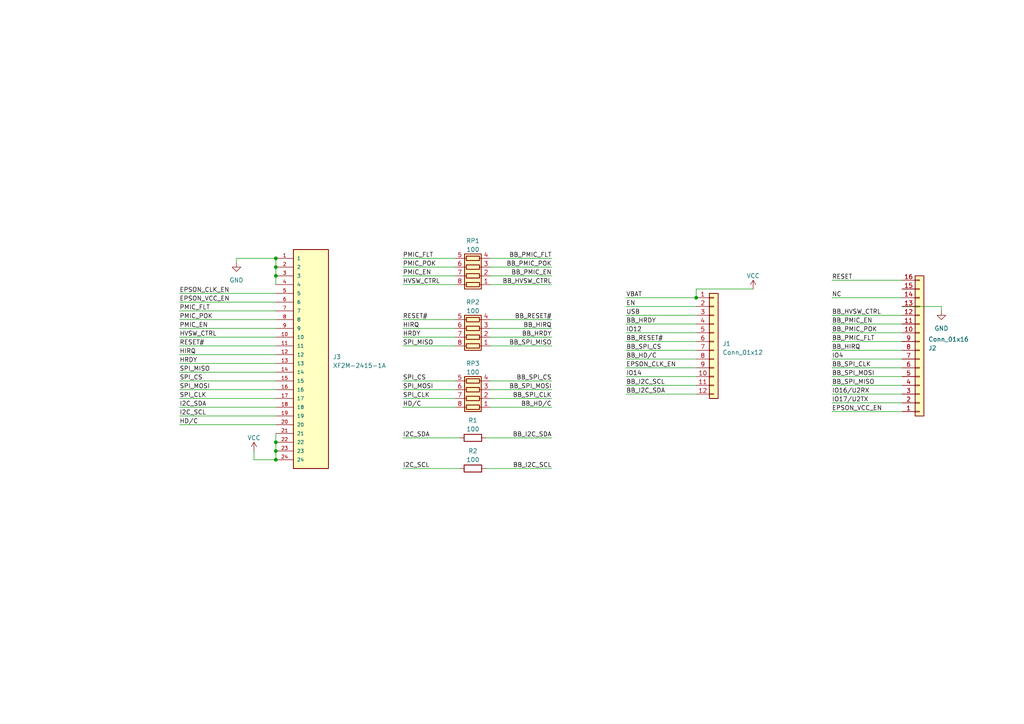
<source format=kicad_sch>
(kicad_sch (version 20230121) (generator eeschema)
  (paper "A4")
  (lib_symbols
    (symbol "Connector_Generic:Conn_01x12" (pin_names (offset 1.016) hide)
      (property "Reference" "J" (at 0 15.24 0))
      (property "Value" "Conn_01x12" (at 0 -17.78 0))
      (symbol "Conn_01x12_1_1"
        (rectangle (start -1.27 -15.113) (end 0 -15.367) (stroke (width 0.1524)))
        (rectangle (start -1.27 -12.573) (end 0 -12.827) (stroke (width 0.1524)))
        (rectangle (start -1.27 -10.033) (end 0 -10.287) (stroke (width 0.1524)))
        (rectangle (start -1.27 -7.493) (end 0 -7.747) (stroke (width 0.1524)))
        (rectangle (start -1.27 -4.953) (end 0 -5.207) (stroke (width 0.1524)))
        (rectangle (start -1.27 -2.413) (end 0 -2.667) (stroke (width 0.1524)))
        (rectangle (start -1.27 0.127) (end 0 -0.127) (stroke (width 0.1524)))
        (rectangle (start -1.27 2.667) (end 0 2.413) (stroke (width 0.1524)))
        (rectangle (start -1.27 5.207) (end 0 4.953) (stroke (width 0.1524)))
        (rectangle (start -1.27 7.747) (end 0 7.493) (stroke (width 0.1524)))
        (rectangle (start -1.27 10.287) (end 0 10.033) (stroke (width 0.1524)))
        (rectangle (start -1.27 12.827) (end 0 12.573) (stroke (width 0.1524)))
        (rectangle (start -1.27 13.97) (end 1.27 -16.51) (stroke (width 0.254)) (fill (type background)))
        (pin passive line (at -5.08 12.7 0) (length 3.81) (name "Pin_1") (number "1"))
        (pin passive line (at -5.08 -10.16 0) (length 3.81) (name "Pin_10") (number "10"))
        (pin passive line (at -5.08 -12.7 0) (length 3.81) (name "Pin_11") (number "11"))
        (pin passive line (at -5.08 -15.24 0) (length 3.81) (name "Pin_12") (number "12"))
        (pin passive line (at -5.08 10.16 0) (length 3.81) (name "Pin_2") (number "2"))
        (pin passive line (at -5.08 7.62 0) (length 3.81) (name "Pin_3") (number "3"))
        (pin passive line (at -5.08 5.08 0) (length 3.81) (name "Pin_4") (number "4"))
        (pin passive line (at -5.08 2.54 0) (length 3.81) (name "Pin_5") (number "5"))
        (pin passive line (at -5.08 0 0) (length 3.81) (name "Pin_6") (number "6"))
        (pin passive line (at -5.08 -2.54 0) (length 3.81) (name "Pin_7") (number "7"))
        (pin passive line (at -5.08 -5.08 0) (length 3.81) (name "Pin_8") (number "8"))
        (pin passive line (at -5.08 -7.62 0) (length 3.81) (name "Pin_9") (number "9"))
      )
    )
    (symbol "Connector_Generic:Conn_01x16" (pin_names (offset 1.016) hide)
      (property "Reference" "J" (at 0 20.32 0))
      (property "Value" "Conn_01x16" (at 0 -22.86 0))
      (symbol "Conn_01x16_1_1"
        (rectangle (start -1.27 -20.193) (end 0 -20.447) (stroke (width 0.1524)))
        (rectangle (start -1.27 -17.653) (end 0 -17.907) (stroke (width 0.1524)))
        (rectangle (start -1.27 -15.113) (end 0 -15.367) (stroke (width 0.1524)))
        (rectangle (start -1.27 -12.573) (end 0 -12.827) (stroke (width 0.1524)))
        (rectangle (start -1.27 -10.033) (end 0 -10.287) (stroke (width 0.1524)))
        (rectangle (start -1.27 -7.493) (end 0 -7.747) (stroke (width 0.1524)))
        (rectangle (start -1.27 -4.953) (end 0 -5.207) (stroke (width 0.1524)))
        (rectangle (start -1.27 -2.413) (end 0 -2.667) (stroke (width 0.1524)))
        (rectangle (start -1.27 0.127) (end 0 -0.127) (stroke (width 0.1524)))
        (rectangle (start -1.27 2.667) (end 0 2.413) (stroke (width 0.1524)))
        (rectangle (start -1.27 5.207) (end 0 4.953) (stroke (width 0.1524)))
        (rectangle (start -1.27 7.747) (end 0 7.493) (stroke (width 0.1524)))
        (rectangle (start -1.27 10.287) (end 0 10.033) (stroke (width 0.1524)))
        (rectangle (start -1.27 12.827) (end 0 12.573) (stroke (width 0.1524)))
        (rectangle (start -1.27 15.367) (end 0 15.113) (stroke (width 0.1524)))
        (rectangle (start -1.27 17.907) (end 0 17.653) (stroke (width 0.1524)))
        (rectangle (start -1.27 19.05) (end 1.27 -21.59) (stroke (width 0.254)) (fill (type background)))
        (pin passive line (at -5.08 17.78 0) (length 3.81) (name "Pin_1") (number "1"))
        (pin passive line (at -5.08 -5.08 0) (length 3.81) (name "Pin_10") (number "10"))
        (pin passive line (at -5.08 -7.62 0) (length 3.81) (name "Pin_11") (number "11"))
        (pin passive line (at -5.08 -10.16 0) (length 3.81) (name "Pin_12") (number "12"))
        (pin passive line (at -5.08 -12.7 0) (length 3.81) (name "Pin_13") (number "13"))
        (pin passive line (at -5.08 -15.24 0) (length 3.81) (name "Pin_14") (number "14"))
        (pin passive line (at -5.08 -17.78 0) (length 3.81) (name "Pin_15") (number "15"))
        (pin passive line (at -5.08 -20.32 0) (length 3.81) (name "Pin_16") (number "16"))
        (pin passive line (at -5.08 15.24 0) (length 3.81) (name "Pin_2") (number "2"))
        (pin passive line (at -5.08 12.7 0) (length 3.81) (name "Pin_3") (number "3"))
        (pin passive line (at -5.08 10.16 0) (length 3.81) (name "Pin_4") (number "4"))
        (pin passive line (at -5.08 7.62 0) (length 3.81) (name "Pin_5") (number "5"))
        (pin passive line (at -5.08 5.08 0) (length 3.81) (name "Pin_6") (number "6"))
        (pin passive line (at -5.08 2.54 0) (length 3.81) (name "Pin_7") (number "7"))
        (pin passive line (at -5.08 0 0) (length 3.81) (name "Pin_8") (number "8"))
        (pin passive line (at -5.08 -2.54 0) (length 3.81) (name "Pin_9") (number "9"))
      )
    )
    (symbol "Device:R" (pin_numbers hide) (pin_names (offset 0))
      (property "Reference" "R" (at 2.032 0 90))
      (property "Value" "R" (at 0 0 90))
      (symbol "R_0_1"
        (rectangle (start -1.016 -2.54) (end 1.016 2.54) (stroke (width 0.254)))
      )
      (symbol "R_1_1"
        (pin passive line (at 0 3.81 270) (length 1.27) (name "~") (number "1"))
        (pin passive line (at 0 -3.81 90) (length 1.27) (name "~") (number "2"))
      )
    )
    (symbol "Device:R_Pack04" (pin_names (offset 0) hide)
      (property "Reference" "RN" (at -7.62 0 90))
      (property "Value" "R_Pack04" (at 5.08 0 90))
      (symbol "R_Pack04_0_1"
        (rectangle (start -6.35 -2.413) (end 3.81 2.413) (stroke (width 0.254)) (fill (type background)))
        (rectangle (start -5.715 1.905) (end -4.445 -1.905) (stroke (width 0.254)))
        (rectangle (start -3.175 1.905) (end -1.905 -1.905) (stroke (width 0.254)))
        (rectangle (start -0.635 1.905) (end 0.635 -1.905) (stroke (width 0.254)))
        (polyline (pts (xy -5.08 -2.54) (xy -5.08 -1.905)))
        (polyline (pts (xy -5.08 1.905) (xy -5.08 2.54)))
        (polyline (pts (xy -2.54 -2.54) (xy -2.54 -1.905)))
        (polyline (pts (xy -2.54 1.905) (xy -2.54 2.54)))
        (polyline (pts (xy 0 -2.54) (xy 0 -1.905)))
        (polyline (pts (xy 0 1.905) (xy 0 2.54)))
        (polyline (pts (xy 2.54 -2.54) (xy 2.54 -1.905)))
        (polyline (pts (xy 2.54 1.905) (xy 2.54 2.54)))
        (rectangle (start 1.905 1.905) (end 3.175 -1.905) (stroke (width 0.254)))
      )
      (symbol "R_Pack04_1_1"
        (pin passive line (at -5.08 -5.08 90) (length 2.54) (name "R1.1") (number "1"))
        (pin passive line (at -2.54 -5.08 90) (length 2.54) (name "R2.1") (number "2"))
        (pin passive line (at 0 -5.08 90) (length 2.54) (name "R3.1") (number "3"))
        (pin passive line (at 2.54 -5.08 90) (length 2.54) (name "R4.1") (number "4"))
        (pin passive line (at 2.54 5.08 270) (length 2.54) (name "R4.2") (number "5"))
        (pin passive line (at 0 5.08 270) (length 2.54) (name "R3.2") (number "6"))
        (pin passive line (at -2.54 5.08 270) (length 2.54) (name "R2.2") (number "7"))
        (pin passive line (at -5.08 5.08 270) (length 2.54) (name "R1.2") (number "8"))
      )
    )
    (symbol "XF2M-2415-1A:XF2M-2415-1A" (pin_names (offset 1.016))
      (property "Reference" "J" (at -5.588 33.02 0))
      (property "Value" "XF2M-2415-1A" (at -5.08 -33.02 0))
      (symbol "XF2M-2415-1A_0_0"
        (rectangle (start -5.08 -30.48) (end 5.08 33.02) (stroke (width 0.254)) (fill (type background)))
        (pin passive line (at -10.16 30.48 0) (length 5.08) (name "1") (number "1"))
        (pin passive line (at -10.16 7.62 0) (length 5.08) (name "10") (number "10"))
        (pin passive line (at -10.16 5.08 0) (length 5.08) (name "11") (number "11"))
        (pin passive line (at -10.16 2.54 0) (length 5.08) (name "12") (number "12"))
        (pin passive line (at -10.16 0 0) (length 5.08) (name "13") (number "13"))
        (pin passive line (at -10.16 -2.54 0) (length 5.08) (name "14") (number "14"))
        (pin passive line (at -10.16 -5.08 0) (length 5.08) (name "15") (number "15"))
        (pin passive line (at -10.16 -7.62 0) (length 5.08) (name "16") (number "16"))
        (pin passive line (at -10.16 -10.16 0) (length 5.08) (name "17") (number "17"))
        (pin passive line (at -10.16 -12.7 0) (length 5.08) (name "18") (number "18"))
        (pin passive line (at -10.16 -15.24 0) (length 5.08) (name "19") (number "19"))
        (pin passive line (at -10.16 27.94 0) (length 5.08) (name "2") (number "2"))
        (pin passive line (at -10.16 -17.78 0) (length 5.08) (name "20") (number "20"))
        (pin passive line (at -10.16 -20.32 0) (length 5.08) (name "21") (number "21"))
        (pin passive line (at -10.16 -22.86 0) (length 5.08) (name "22") (number "22"))
        (pin passive line (at -10.16 -25.4 0) (length 5.08) (name "23") (number "23"))
        (pin passive line (at -10.16 -27.94 0) (length 5.08) (name "24") (number "24"))
        (pin passive line (at -10.16 25.4 0) (length 5.08) (name "3") (number "3"))
        (pin passive line (at -10.16 22.86 0) (length 5.08) (name "4") (number "4"))
        (pin passive line (at -10.16 20.32 0) (length 5.08) (name "5") (number "5"))
        (pin passive line (at -10.16 17.78 0) (length 5.08) (name "6") (number "6"))
        (pin passive line (at -10.16 15.24 0) (length 5.08) (name "7") (number "7"))
        (pin passive line (at -10.16 12.7 0) (length 5.08) (name "8") (number "8"))
        (pin passive line (at -10.16 10.16 0) (length 5.08) (name "9") (number "9"))
      )
    )
    (symbol "power:GND" (power) (pin_names (offset 0))
      (property "Value" "GND" (at 0 -3.81 0))
      (symbol "GND_0_1"
        (polyline (pts (xy 0 0) (xy 0 -1.27) (xy 1.27 -1.27) (xy 0 -2.54) (xy -1.27 -1.27) (xy 0 -1.27)))
      )
      (symbol "GND_1_1"
        (pin power_in line (at 0 0 270) (length 0) hide (name "GND") (number "1"))
      )
    )
    (symbol "power:VCC" (power) (pin_names (offset 0))
      (property "Value" "VCC" (at 0 3.81 0))
      (symbol "VCC_0_1"
        (polyline (pts (xy -0.762 1.27) (xy 0 2.54)))
        (polyline (pts (xy 0 0) (xy 0 2.54)))
        (polyline (pts (xy 0 2.54) (xy 0.762 1.27)))
      )
      (symbol "VCC_1_1"
        (pin power_in line (at 0 0 90) (length 0) hide (name "VCC") (number "1"))
      )
    )
  )
  (junction (at 80.01 80.01))
  (junction (at 80.01 128.27))
  (junction (at 201.93 86.36))
  (junction (at 80.01 74.93))
  (junction (at 80.01 133.35))
  (junction (at 80.01 77.47))
  (junction (at 80.01 130.81))
  (wire (pts (xy 218.44 83.82) (xy 201.93 83.82)))
  (wire (pts (xy 116.84 115.57) (xy 132.08 115.57)))
  (wire (pts (xy 73.66 130.81) (xy 73.66 133.35)))
  (wire (pts (xy 142.24 118.11) (xy 160.02 118.11)))
  (wire (pts (xy 52.07 92.71) (xy 80.01 92.71)))
  (wire (pts (xy 142.24 115.57) (xy 160.02 115.57)))
  (wire (pts (xy 241.3 96.52) (xy 261.62 96.52)))
  (wire (pts (xy 241.3 81.28) (xy 261.62 81.28)))
  (wire (pts (xy 241.3 104.14) (xy 261.62 104.14)))
  (wire (pts (xy 52.07 110.49) (xy 80.01 110.49)))
  (wire (pts (xy 142.24 80.01) (xy 160.02 80.01)))
  (wire (pts (xy 52.07 115.57) (xy 80.01 115.57)))
  (wire (pts (xy 241.3 109.22) (xy 261.62 109.22)))
  (wire (pts (xy 181.61 106.68) (xy 201.93 106.68)))
  (wire (pts (xy 241.3 111.76) (xy 261.62 111.76)))
  (wire (pts (xy 181.61 88.9) (xy 201.93 88.9)))
  (wire (pts (xy 142.24 110.49) (xy 160.02 110.49)))
  (wire (pts (xy 273.05 88.9) (xy 273.05 90.17)))
  (wire (pts (xy 80.01 74.93) (xy 80.01 77.47)))
  (wire (pts (xy 181.61 109.22) (xy 201.93 109.22)))
  (wire (pts (xy 116.84 110.49) (xy 132.08 110.49)))
  (wire (pts (xy 142.24 100.33) (xy 160.02 100.33)))
  (wire (pts (xy 142.24 92.71) (xy 160.02 92.71)))
  (wire (pts (xy 181.61 86.36) (xy 201.93 86.36)))
  (wire (pts (xy 241.3 93.98) (xy 261.62 93.98)))
  (wire (pts (xy 241.3 86.36) (xy 261.62 86.36)))
  (wire (pts (xy 52.07 97.79) (xy 80.01 97.79)))
  (wire (pts (xy 73.66 133.35) (xy 80.01 133.35)))
  (wire (pts (xy 52.07 113.03) (xy 80.01 113.03)))
  (wire (pts (xy 116.84 77.47) (xy 132.08 77.47)))
  (wire (pts (xy 142.24 77.47) (xy 160.02 77.47)))
  (wire (pts (xy 241.3 99.06) (xy 261.62 99.06)))
  (wire (pts (xy 273.05 88.9) (xy 261.62 88.9)))
  (wire (pts (xy 181.61 93.98) (xy 201.93 93.98)))
  (wire (pts (xy 140.97 135.89) (xy 160.02 135.89)))
  (wire (pts (xy 241.3 114.3) (xy 261.62 114.3)))
  (wire (pts (xy 142.24 74.93) (xy 160.02 74.93)))
  (wire (pts (xy 52.07 102.87) (xy 80.01 102.87)))
  (wire (pts (xy 116.84 82.55) (xy 132.08 82.55)))
  (wire (pts (xy 241.3 106.68) (xy 261.62 106.68)))
  (wire (pts (xy 116.84 97.79) (xy 132.08 97.79)))
  (wire (pts (xy 116.84 127) (xy 133.35 127)))
  (wire (pts (xy 68.58 76.2) (xy 68.58 74.93)))
  (wire (pts (xy 80.01 87.63) (xy 52.07 87.63)))
  (wire (pts (xy 116.84 74.93) (xy 132.08 74.93)))
  (wire (pts (xy 52.07 118.11) (xy 80.01 118.11)))
  (wire (pts (xy 181.61 99.06) (xy 201.93 99.06)))
  (wire (pts (xy 181.61 104.14) (xy 201.93 104.14)))
  (wire (pts (xy 116.84 118.11) (xy 132.08 118.11)))
  (wire (pts (xy 52.07 123.19) (xy 80.01 123.19)))
  (wire (pts (xy 52.07 95.25) (xy 80.01 95.25)))
  (wire (pts (xy 241.3 119.38) (xy 261.62 119.38)))
  (wire (pts (xy 52.07 100.33) (xy 80.01 100.33)))
  (wire (pts (xy 241.3 91.44) (xy 261.62 91.44)))
  (wire (pts (xy 80.01 128.27) (xy 80.01 130.81)))
  (wire (pts (xy 181.61 91.44) (xy 201.93 91.44)))
  (wire (pts (xy 80.01 80.01) (xy 80.01 82.55)))
  (wire (pts (xy 142.24 82.55) (xy 160.02 82.55)))
  (wire (pts (xy 80.01 77.47) (xy 80.01 80.01)))
  (wire (pts (xy 80.01 130.81) (xy 80.01 133.35)))
  (wire (pts (xy 241.3 101.6) (xy 261.62 101.6)))
  (wire (pts (xy 142.24 97.79) (xy 160.02 97.79)))
  (wire (pts (xy 116.84 95.25) (xy 132.08 95.25)))
  (wire (pts (xy 52.07 107.95) (xy 80.01 107.95)))
  (wire (pts (xy 80.01 125.73) (xy 80.01 128.27)))
  (wire (pts (xy 116.84 100.33) (xy 132.08 100.33)))
  (wire (pts (xy 181.61 101.6) (xy 201.93 101.6)))
  (wire (pts (xy 52.07 85.09) (xy 80.01 85.09)))
  (wire (pts (xy 181.61 114.3) (xy 201.93 114.3)))
  (wire (pts (xy 140.97 127) (xy 160.02 127)))
  (wire (pts (xy 116.84 80.01) (xy 132.08 80.01)))
  (wire (pts (xy 181.61 111.76) (xy 201.93 111.76)))
  (wire (pts (xy 116.84 135.89) (xy 133.35 135.89)))
  (wire (pts (xy 52.07 120.65) (xy 80.01 120.65)))
  (wire (pts (xy 116.84 92.71) (xy 132.08 92.71)))
  (wire (pts (xy 181.61 96.52) (xy 201.93 96.52)))
  (wire (pts (xy 52.07 105.41) (xy 80.01 105.41)))
  (wire (pts (xy 201.93 83.82) (xy 201.93 86.36)))
  (wire (pts (xy 52.07 90.17) (xy 80.01 90.17)))
  (wire (pts (xy 68.58 74.93) (xy 80.01 74.93)))
  (wire (pts (xy 142.24 113.03) (xy 160.02 113.03)))
  (wire (pts (xy 116.84 113.03) (xy 132.08 113.03)))
  (wire (pts (xy 241.3 116.84) (xy 261.62 116.84)))
  (wire (pts (xy 142.24 95.25) (xy 160.02 95.25)))
  (label "EPSON_VCC_EN" (at 52.07 87.63 0))
  (label "BB_HRDY" (at 181.61 93.98 0))
  (label "BB_SPI_CLK" (at 160.02 115.57 180))
  (label "EPSON_CLK_EN" (at 181.61 106.68 0))
  (label "RESET#" (at 52.07 100.33 0))
  (label "USB" (at 181.61 91.44 0))
  (label "PMIC_FLT" (at 52.07 90.17 0))
  (label "HIRQ" (at 52.07 102.87 0))
  (label "PMIC_POK" (at 52.07 92.71 0))
  (label "I2C_SDA" (at 52.07 118.11 0))
  (label "SPI_MOSI" (at 52.07 113.03 0))
  (label "BB_PMIC_EN" (at 160.02 80.01 180))
  (label "BB_SPI_MOSI" (at 241.3 109.22 0))
  (label "HRDY" (at 116.84 97.79 0))
  (label "BB_SPI_CLK" (at 241.3 106.68 0))
  (label "IO4" (at 241.3 104.14 0))
  (label "PMIC_POK" (at 116.84 77.47 0))
  (label "BB_I2C_SDA" (at 181.61 114.3 0))
  (label "BB_HIRQ" (at 160.02 95.25 180))
  (label "I2C_SCL" (at 116.84 135.89 0))
  (label "HVSW_CTRL" (at 116.84 82.55 0))
  (label "I2C_SDA" (at 116.84 127 0))
  (label "RESET#" (at 116.84 92.71 0))
  (label "SPI_MOSI" (at 116.84 113.03 0))
  (label "PMIC_EN" (at 52.07 95.25 0))
  (label "BB_PMIC_POK" (at 160.02 77.47 180))
  (label "BB_SPI_MISO" (at 160.02 100.33 180))
  (label "PMIC_EN" (at 116.84 80.01 0))
  (label "IO17{slash}U2TX" (at 241.3 116.84 0))
  (label "HRDY" (at 52.07 105.41 0))
  (label "RESET" (at 241.3 81.28 0))
  (label "BB_HRDY" (at 160.02 97.79 180))
  (label "VBAT" (at 181.61 86.36 0))
  (label "SPI_CS" (at 116.84 110.49 0))
  (label "IO12" (at 181.61 96.52 0))
  (label "BB_SPI_CS" (at 160.02 110.49 180))
  (label "BB_I2C_SCL" (at 160.02 135.89 180))
  (label "HD{slash}C" (at 52.07 123.19 0))
  (label "EPSON_VCC_EN" (at 241.3 119.38 0))
  (label "BB_I2C_SCL" (at 181.61 111.76 0))
  (label "SPI_CLK" (at 116.84 115.57 0))
  (label "BB_HVSW_CTRL" (at 160.02 82.55 180))
  (label "SPI_MISO" (at 116.84 100.33 0))
  (label "BB_SPI_MOSI" (at 160.02 113.03 180))
  (label "BB_HVSW_CTRL" (at 241.3 91.44 0))
  (label "SPI_MISO" (at 52.07 107.95 0))
  (label "SPI_CS" (at 52.07 110.49 0))
  (label "HIRQ" (at 116.84 95.25 0))
  (label "HD{slash}C" (at 116.84 118.11 0))
  (label "BB_PMIC_EN" (at 241.3 93.98 0))
  (label "IO14" (at 181.61 109.22 0))
  (label "NC" (at 241.3 86.36 0))
  (label "BB_HIRQ" (at 241.3 101.6 0))
  (label "EPSON_CLK_EN" (at 52.07 85.09 0))
  (label "BB_RESET#" (at 160.02 92.71 180))
  (label "SPI_CLK" (at 52.07 115.57 0))
  (label "IO16{slash}U2RX" (at 241.3 114.3 0))
  (label "HVSW_CTRL" (at 52.07 97.79 0))
  (label "BB_PMIC_FLT" (at 241.3 99.06 0))
  (label "BB_HD{slash}C" (at 181.61 104.14 0))
  (label "BB_SPI_MISO" (at 241.3 111.76 0))
  (label "BB_I2C_SDA" (at 160.02 127 180))
  (label "BB_RESET#" (at 181.61 99.06 0))
  (label "BB_PMIC_FLT" (at 160.02 74.93 180))
  (label "I2C_SCL" (at 52.07 120.65 0))
  (label "BB_HD{slash}C" (at 160.02 118.11 180))
  (label "EN" (at 181.61 88.9 0))
  (label "BB_PMIC_POK" (at 241.3 96.52 0))
  (label "PMIC_FLT" (at 116.84 74.93 0))
  (label "BB_SPI_CS" (at 181.61 101.6 0))
  (symbol (lib_id "Device:R") (at 137.16 127 90) (unit 1)
    (property "Reference" "R1" (at 137.16 121.92 90))
    (property "Value" "100" (at 137.16 124.46 90))
    (property "Footprint" "Resistor_SMD:R_0603_1608Metric_Pad0.98x0.95mm_HandSolder" (effects hide))
  )
  (symbol (lib_id "Device:R") (at 137.16 135.89 90) (unit 1)
    (property "Reference" "R2" (at 137.16 130.81 90))
    (property "Value" "100" (at 137.16 133.35 90))
    (property "Footprint" "Resistor_SMD:R_0603_1608Metric_Pad0.98x0.95mm_HandSolder" (effects hide))
  )
  (symbol (lib_id "Device:R_Pack04") (at 137.16 113.03 90) (unit 1)
    (property "Reference" "RP3" (at 137.16 105.41 90))
    (property "Value" "100" (at 137.16 107.95 90))
    (property "Footprint" "YC164-JR-07100RL-2:RESCAXE80P320X160X70-8N" (effects hide))
  )
  (symbol (lib_id "power:GND") (at 273.05 90.17 0) (unit 1)
    (property "Reference" "#PWR04" (effects hide))
    (property "Value" "GND" (at 273.05 95.25 0))
  )
  (symbol (lib_id "Device:R_Pack04") (at 137.16 77.47 90) (unit 1)
    (property "Reference" "RP1" (at 137.16 69.85 90))
    (property "Value" "100" (at 137.16 72.39 90))
    (property "Footprint" "YC164-JR-07100RL-2:RESCAXE80P320X160X70-8N" (effects hide))
  )
  (symbol (lib_id "Connector_Generic:Conn_01x12") (at 207.01 99.06 0) (unit 1)
    (property "Reference" "J1" (at 209.55 99.695 0) (effects (justify left)))
    (property "Value" "Conn_01x12" (at 209.55 102.235 0) (effects (justify left)))
    (property "Footprint" "Connector_PinHeader_2.54mm:PinHeader_1x12_P2.54mm_Vertical" (effects hide))
  )
  (symbol (lib_id "Device:R_Pack04") (at 137.16 95.25 90) (unit 1)
    (property "Reference" "RP2" (at 137.16 87.63 90))
    (property "Value" "100" (at 137.16 90.17 90))
    (property "Footprint" "YC164-JR-07100RL-2:RESCAXE80P320X160X70-8N" (effects hide))
  )
  (symbol (lib_id "power:VCC") (at 218.44 83.82 0) (unit 1)
    (property "Reference" "#PWR03" (effects hide))
    (property "Value" "VCC" (at 218.44 80.01 0))
  )
  (symbol (lib_id "Connector_Generic:Conn_01x16") (at 266.7 101.6 0) (mirror x) (unit 1)
    (property "Reference" "J2" (at 269.24 100.965 0) (effects (justify left)))
    (property "Value" "Conn_01x16" (at 269.24 98.425 0) (effects (justify left)))
    (property "Footprint" "Connector_PinHeader_2.54mm:PinHeader_1x16_P2.54mm_Vertical" (effects hide))
  )
  (symbol (lib_id "power:VCC") (at 73.66 130.81 0) (unit 1)
    (property "Reference" "#PWR02" (effects hide))
    (property "Value" "VCC" (at 73.66 127 0))
  )
  (symbol (lib_id "XF2M-2415-1A:XF2M-2415-1A") (at 90.17 105.41 0) (unit 1)
    (property "Reference" "J3" (at 96.52 103.505 0) (effects (justify left)))
    (property "Value" "XF2M-2415-1A" (at 96.52 106.045 0) (effects (justify left)))
    (property "Footprint" "XF2M-2415-1A:OMRON_XF2M-2415-1A" (effects hide))
    (property "MANUFACTURER" "TE Connectivity" (effects hide))
    (property "STANDARD" "Manufacturer Recommendations" (effects hide))
  )
  (symbol (lib_id "power:GND") (at 68.58 76.2 0) (unit 1)
    (property "Reference" "#PWR01" (effects hide))
    (property "Value" "GND" (at 68.58 81.28 0))
  )
)
</source>
